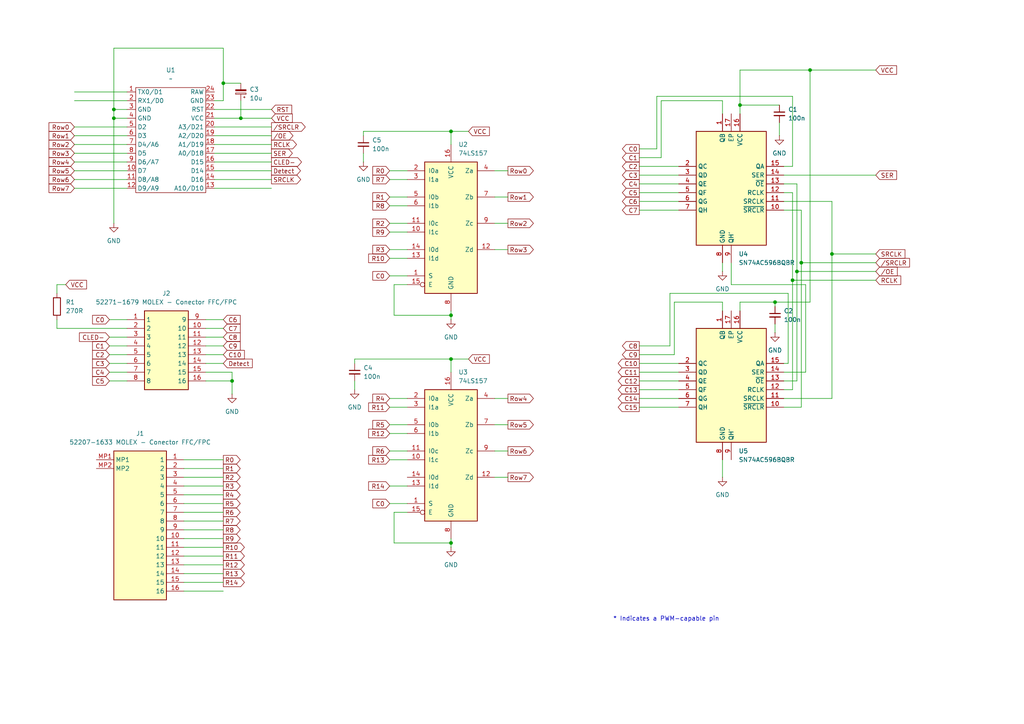
<source format=kicad_sch>
(kicad_sch (version 20250114) (generator "eeschema") (generator_version "9.0")
  (paper "A4")
  (title_block (date "mar. 31 mars 2015"))
  (lib_symbols
    (symbol "1_my_components:52207-1633 MOLEX - Conector FFC/FPC"
      (property "Reference" "J" (at 21.59 7.62 0))
      (property "Value" "52207-1633 MOLEX - Conector FFC/FPC" (at 21.59 5.08 0))
      (symbol "52207-1633 MOLEX - Conector FFC/FPC_1_1"
        (rectangle (start 5.08 2.54) (end 20.32 -40.64) (stroke (width 0.254)) (fill (type background)))
        (pin passive line (at 0 0 0) (length 5.08) (name "MP1") (number "MP1"))
        (pin passive line (at 0 -2.54 0) (length 5.08) (name "MP2") (number "MP2"))
        (pin passive line (at 25.4 0 180) (length 5.08) (name "1") (number "1"))
        (pin passive line (at 25.4 -2.54 180) (length 5.08) (name "2") (number "2"))
        (pin passive line (at 25.4 -5.08 180) (length 5.08) (name "3") (number "3"))
        (pin passive line (at 25.4 -7.62 180) (length 5.08) (name "4") (number "4"))
        (pin passive line (at 25.4 -10.16 180) (length 5.08) (name "5") (number "5"))
        (pin passive line (at 25.4 -12.7 180) (length 5.08) (name "6") (number "6"))
        (pin passive line (at 25.4 -15.24 180) (length 5.08) (name "7") (number "7"))
        (pin passive line (at 25.4 -17.78 180) (length 5.08) (name "8") (number "8"))
        (pin passive line (at 25.4 -20.32 180) (length 5.08) (name "9") (number "9"))
        (pin passive line (at 25.4 -22.86 180) (length 5.08) (name "10") (number "10"))
        (pin passive line (at 25.4 -25.4 180) (length 5.08) (name "11") (number "11"))
        (pin passive line (at 25.4 -27.94 180) (length 5.08) (name "12") (number "12"))
        (pin passive line (at 25.4 -30.48 180) (length 5.08) (name "13") (number "13"))
        (pin passive line (at 25.4 -33.02 180) (length 5.08) (name "14") (number "14"))
        (pin passive line (at 25.4 -35.56 180) (length 5.08) (name "15") (number "15"))
        (pin passive line (at 25.4 -38.1 180) (length 5.08) (name "16") (number "16"))
      )
    )
    (symbol "1_my_components:52271-1679 MOLEX - Conector FFC/FPC"
      (property "Reference" "J" (at 19.05 7.62 0))
      (property "Value" "52271-1679 MOLEX - Conector FFC/FPC" (at 19.05 5.08 0))
      (symbol "52271-1679 MOLEX - Conector FFC/FPC_1_1"
        (rectangle (start 5.08 2.54) (end 17.78 -20.32) (stroke (width 0.254)) (fill (type background)))
        (pin passive line (at 0 0 0) (length 5.08) (name "1") (number "1"))
        (pin passive line (at 0 -2.54 0) (length 5.08) (name "2") (number "2"))
        (pin passive line (at 0 -5.08 0) (length 5.08) (name "3") (number "3"))
        (pin passive line (at 0 -7.62 0) (length 5.08) (name "4") (number "4"))
        (pin passive line (at 0 -10.16 0) (length 5.08) (name "5") (number "5"))
        (pin passive line (at 0 -12.7 0) (length 5.08) (name "6") (number "6"))
        (pin passive line (at 0 -15.24 0) (length 5.08) (name "7") (number "7"))
        (pin passive line (at 0 -17.78 0) (length 5.08) (name "8") (number "8"))
        (pin passive line (at 22.86 0 180) (length 5.08) (name "9") (number "9"))
        (pin passive line (at 22.86 -2.54 180) (length 5.08) (name "10") (number "10"))
        (pin passive line (at 22.86 -5.08 180) (length 5.08) (name "11") (number "11"))
        (pin passive line (at 22.86 -7.62 180) (length 5.08) (name "12") (number "12"))
        (pin passive line (at 22.86 -10.16 180) (length 5.08) (name "13") (number "13"))
        (pin passive line (at 22.86 -12.7 180) (length 5.08) (name "14") (number "14"))
        (pin passive line (at 22.86 -15.24 180) (length 5.08) (name "15") (number "15"))
        (pin passive line (at 22.86 -17.78 180) (length 5.08) (name "16") (number "16"))
      )
    )
    (symbol "1_my_components:Pro_Micro_Leonardo"
      (property "Reference" "U" (at 3.81 8.382 0))
      (symbol "Pro_Micro_Leonardo_0_1"
        (rectangle (start 0 5.08) (end 20.32 -25.4))
      )
      (symbol "Pro_Micro_Leonardo_1_1"
        (pin bidirectional line (at -2.54 3.81 0) (length 2.54) (name "TX0/D1") (number "1"))
        (pin bidirectional line (at -2.54 1.27 0) (length 2.54) (name "RX1/D0") (number "2"))
        (pin power_in line (at -2.54 -1.27 0) (length 2.54) (name "GND") (number "3"))
        (pin power_in line (at -2.54 -3.81 0) (length 2.54) (name "GND") (number "4"))
        (pin bidirectional line (at -2.54 -6.35 0) (length 2.54) (name "D2") (number "5"))
        (pin bidirectional line (at -2.54 -8.89 0) (length 2.54) (name "D3") (number "6"))
        (pin bidirectional line (at -2.54 -11.43 0) (length 2.54) (name "D4/A6") (number "7"))
        (pin bidirectional line (at -2.54 -13.97 0) (length 2.54) (name "D5") (number "8"))
        (pin bidirectional line (at -2.54 -16.51 0) (length 2.54) (name "D6/A7") (number "9"))
        (pin bidirectional line (at -2.54 -19.05 0) (length 2.54) (name "D7") (number "10"))
        (pin bidirectional line (at -2.54 -21.59 0) (length 2.54) (name "D8/A8") (number "11"))
        (pin bidirectional line (at -2.54 -24.13 0) (length 2.54) (name "D9/A9") (number "12"))
        (pin bidirectional line (at 22.86 3.81 180) (length 2.54) (name "RAW") (number "24"))
        (pin power_in line (at 22.86 1.27 180) (length 2.54) (name "GND") (number "23"))
        (pin input line (at 22.86 -1.27 180) (length 2.54) (name "RST") (number "22"))
        (pin power_in line (at 22.86 -3.81 180) (length 2.54) (name "VCC") (number "21"))
        (pin bidirectional line (at 22.86 -6.35 180) (length 2.54) (name "A3/D21") (number "20"))
        (pin bidirectional line (at 22.86 -8.89 180) (length 2.54) (name "A2/D20") (number "19"))
        (pin bidirectional line (at 22.86 -11.43 180) (length 2.54) (name "A1/D19") (number "18"))
        (pin bidirectional line (at 22.86 -13.97 180) (length 2.54) (name "A0/D18") (number "17"))
        (pin bidirectional line (at 22.86 -16.51 180) (length 2.54) (name "D15") (number "16"))
        (pin bidirectional line (at 22.86 -19.05 180) (length 2.54) (name "D14") (number "15"))
        (pin bidirectional line (at 22.86 -21.59 180) (length 2.54) (name "D16") (number "14"))
        (pin bidirectional line (at 22.86 -24.13 180) (length 2.54) (name "A10/D10") (number "13"))
      )
    )
    (symbol "1_my_components:SN74AC596BQBR"
      (property "Reference" "IC" (at 26.67 15.24 0))
      (property "Value" "SN74AC596BQBR" (at 26.67 12.7 0))
      (symbol "SN74AC596BQBR_1_1"
        (rectangle (start 5.08 10.16) (end 25.4 -22.86) (stroke (width 0.254)) (fill (type background)))
        (pin passive line (at 0 0 0) (length 5.08) (name "QC") (number "2"))
        (pin passive line (at 0 -2.54 0) (length 5.08) (name "QD") (number "3"))
        (pin passive line (at 0 -5.08 0) (length 5.08) (name "QE") (number "4"))
        (pin passive line (at 0 -7.62 0) (length 5.08) (name "QF") (number "5"))
        (pin passive line (at 0 -10.16 0) (length 5.08) (name "QG") (number "6"))
        (pin passive line (at 0 -12.7 0) (length 5.08) (name "QH") (number "7"))
        (pin passive line (at 12.7 15.24 270) (length 5.08) (name "QB") (number "1"))
        (pin passive line (at 12.7 -27.94 90) (length 5.08) (name "GND") (number "8"))
        (pin passive line (at 15.24 15.24 270) (length 5.08) (name "EP") (number "17"))
        (pin passive line (at 15.24 -27.94 90) (length 5.08) (name "QH'") (number "9"))
        (pin passive line (at 17.78 15.24 270) (length 5.08) (name "VCC") (number "16"))
        (pin passive line (at 30.48 0 180) (length 5.08) (name "QA") (number "15"))
        (pin passive line (at 30.48 -2.54 180) (length 5.08) (name "SER") (number "14"))
        (pin passive line (at 30.48 -5.08 180) (length 5.08) (name "~{OE}") (number "13"))
        (pin passive line (at 30.48 -7.62 180) (length 5.08) (name "RCLK") (number "12"))
        (pin passive line (at 30.48 -10.16 180) (length 5.08) (name "SRCLK") (number "11"))
        (pin passive line (at 30.48 -12.7 180) (length 5.08) (name "~{SRCLR}") (number "10"))
      )
    )
    (symbol "74xx:74LS157" (pin_names (offset 1.016))
      (property "Reference" "U" (at -7.62 19.05 0))
      (property "Value" "74LS157" (at -7.62 -21.59 0))
      (symbol "74LS157_1_0"
        (pin input line (at -12.7 15.24 0) (length 5.08) (name "I0a") (number "2"))
        (pin input line (at -12.7 12.7 0) (length 5.08) (name "I1a") (number "3"))
        (pin input line (at -12.7 7.62 0) (length 5.08) (name "I0b") (number "5"))
        (pin input line (at -12.7 5.08 0) (length 5.08) (name "I1b") (number "6"))
        (pin input line (at -12.7 0 0) (length 5.08) (name "I0c") (number "11"))
        (pin input line (at -12.7 -2.54 0) (length 5.08) (name "I1c") (number "10"))
        (pin input line (at -12.7 -7.62 0) (length 5.08) (name "I0d") (number "14"))
        (pin input line (at -12.7 -10.16 0) (length 5.08) (name "I1d") (number "13"))
        (pin input line (at -12.7 -15.24 0) (length 5.08) (name "S") (number "1"))
        (pin input inverted (at -12.7 -17.78 0) (length 5.08) (name "E") (number "15"))
        (pin power_in line (at 0 22.86 270) (length 5.08) (name "VCC") (number "16"))
        (pin power_in line (at 0 -25.4 90) (length 5.08) (name "GND") (number "8"))
        (pin output line (at 12.7 15.24 180) (length 5.08) (name "Za") (number "4"))
        (pin output line (at 12.7 7.62 180) (length 5.08) (name "Zb") (number "7"))
        (pin output line (at 12.7 0 180) (length 5.08) (name "Zc") (number "9"))
        (pin output line (at 12.7 -7.62 180) (length 5.08) (name "Zd") (number "12"))
      )
      (symbol "74LS157_1_1"
        (rectangle (start -7.62 17.78) (end 7.62 -20.32) (stroke (width 0.254)) (fill (type background)))
      )
    )
    (symbol "Device:C_Polarized_Small" (pin_numbers (hide yes)) (pin_names (offset 0.254) (hide yes))
      (property "Reference" "C" (at 0.254 1.778 0))
      (property "Value" "C_Polarized_Small" (at 0.254 -2.032 0))
      (symbol "C_Polarized_Small_0_1"
        (rectangle (start -1.524 0.6858) (end 1.524 0.3048))
        (rectangle (start -1.524 -0.3048) (end 1.524 -0.6858) (fill (type outline)))
        (polyline (pts (xy -1.27 1.524) (xy -0.762 1.524)))
        (polyline (pts (xy -1.016 1.27) (xy -1.016 1.778)))
      )
      (symbol "C_Polarized_Small_1_1"
        (pin passive line (at 0 2.54 270) (length 1.8542) (name "~") (number "1"))
        (pin passive line (at 0 -2.54 90) (length 1.8542) (name "~") (number "2"))
      )
    )
    (symbol "Device:C_Small" (pin_numbers (hide yes)) (pin_names (offset 0.254) (hide yes))
      (property "Reference" "C" (at 0.254 1.778 0))
      (property "Value" "C_Small" (at 0.254 -2.032 0))
      (symbol "C_Small_0_1"
        (polyline (pts (xy -1.524 0.508) (xy 1.524 0.508)) (stroke (width 0.3048)))
        (polyline (pts (xy -1.524 -0.508) (xy 1.524 -0.508)) (stroke (width 0.3302)))
      )
      (symbol "C_Small_1_1"
        (pin passive line (at 0 2.54 270) (length 2.032) (name "~") (number "1"))
        (pin passive line (at 0 -2.54 90) (length 2.032) (name "~") (number "2"))
      )
    )
    (symbol "Device:R" (pin_numbers (hide yes)) (pin_names (offset 0))
      (property "Reference" "R" (at 2.032 0 90))
      (property "Value" "R" (at 0 0 90))
      (symbol "R_0_1"
        (rectangle (start -1.016 -2.54) (end 1.016 2.54) (stroke (width 0.254)))
      )
      (symbol "R_1_1"
        (pin passive line (at 0 3.81 270) (length 1.27) (name "~") (number "1"))
        (pin passive line (at 0 -3.81 90) (length 1.27) (name "~") (number "2"))
      )
    )
    (symbol "power:GND" (power) (pin_numbers (hide yes)) (pin_names (offset 0) (hide yes))
      (property "Value" "GND" (at 0 -3.81 0))
      (symbol "GND_0_1"
        (polyline (pts (xy 0 0) (xy 0 -1.27) (xy 1.27 -1.27) (xy 0 -2.54) (xy -1.27 -1.27) (xy 0 -1.27)))
      )
      (symbol "GND_1_1"
        (pin power_in line (at 0 0 270) (length 0) (name "~") (number "1"))
      )
    )
  )
  (text "* Indicates a PWM-capable pin" (at 177.8 180.34 0) (effects (font (size 1.27 1.27)) (justify left bottom)))
  (junction (at 33.02 31.75))
  (junction (at 231.14 78.74))
  (junction (at 232.41 76.2))
  (junction (at 67.31 110.49))
  (junction (at 64.77 24.13))
  (junction (at 130.81 91.44))
  (junction (at 69.85 34.29))
  (junction (at 224.79 87.63))
  (junction (at 130.81 38.1))
  (junction (at 214.63 30.48))
  (junction (at 130.81 157.48))
  (junction (at 241.3 73.66))
  (junction (at 234.95 20.32))
  (junction (at 229.87 81.28))
  (junction (at 33.02 34.29))
  (junction (at 130.81 104.14))
  (wire (pts (xy 209.55 87.63) (xy 195.58 87.63)))
  (wire (pts (xy 143.51 130.81) (xy 147.32 130.81)))
  (wire (pts (xy 241.3 73.66) (xy 254 73.66)))
  (wire (pts (xy 36.83 31.75) (xy 33.02 31.75)))
  (wire (pts (xy 190.5 27.94) (xy 190.5 43.18)))
  (wire (pts (xy 31.75 107.95) (xy 36.83 107.95)))
  (wire (pts (xy 229.87 48.26) (xy 229.87 27.94)))
  (wire (pts (xy 232.41 118.11) (xy 227.33 118.11)))
  (wire (pts (xy 114.3 91.44) (xy 130.81 91.44)))
  (wire (pts (xy 185.42 43.18) (xy 190.5 43.18)))
  (wire (pts (xy 226.06 35.56) (xy 226.06 39.37)))
  (wire (pts (xy 62.23 39.37) (xy 78.74 39.37)))
  (wire (pts (xy 241.3 58.42) (xy 241.3 73.66)))
  (wire (pts (xy 229.87 113.03) (xy 227.33 113.03)))
  (wire (pts (xy 21.59 29.21) (xy 36.83 29.21)))
  (wire (pts (xy 214.63 20.32) (xy 234.95 20.32)))
  (wire (pts (xy 209.55 133.35) (xy 209.55 138.43)))
  (wire (pts (xy 118.11 82.55) (xy 114.3 82.55)))
  (wire (pts (xy 209.55 33.02) (xy 209.55 29.21)))
  (wire (pts (xy 113.03 123.19) (xy 118.11 123.19)))
  (wire (pts (xy 113.03 59.69) (xy 118.11 59.69)))
  (wire (pts (xy 234.95 20.32) (xy 254 20.32)))
  (wire (pts (xy 102.87 104.14) (xy 102.87 105.41)))
  (wire (pts (xy 214.63 90.17) (xy 214.63 87.63)))
  (wire (pts (xy 135.89 38.1) (xy 130.81 38.1)))
  (wire (pts (xy 241.3 73.66) (xy 241.3 115.57)))
  (wire (pts (xy 209.55 29.21) (xy 191.77 29.21)))
  (wire (pts (xy 105.41 44.45) (xy 105.41 46.99)))
  (wire (pts (xy 113.03 52.07) (xy 118.11 52.07)))
  (wire (pts (xy 62.23 29.21) (xy 64.77 29.21)))
  (wire (pts (xy 59.69 107.95) (xy 67.31 107.95)))
  (wire (pts (xy 21.59 36.83) (xy 36.83 36.83)))
  (wire (pts (xy 130.81 157.48) (xy 130.81 158.75)))
  (wire (pts (xy 33.02 13.97) (xy 33.02 31.75)))
  (wire (pts (xy 212.09 82.55) (xy 212.09 76.2)))
  (wire (pts (xy 59.69 105.41) (xy 64.77 105.41)))
  (wire (pts (xy 113.03 57.15) (xy 118.11 57.15)))
  (wire (pts (xy 53.34 140.97) (xy 64.77 140.97)))
  (wire (pts (xy 69.85 34.29) (xy 78.74 34.29)))
  (wire (pts (xy 62.23 46.99) (xy 78.74 46.99)))
  (wire (pts (xy 185.42 113.03) (xy 196.85 113.03)))
  (wire (pts (xy 102.87 104.14) (xy 130.81 104.14)))
  (wire (pts (xy 59.69 92.71) (xy 64.77 92.71)))
  (wire (pts (xy 62.23 31.75) (xy 78.74 31.75)))
  (wire (pts (xy 105.41 38.1) (xy 130.81 38.1)))
  (wire (pts (xy 21.59 49.53) (xy 36.83 49.53)))
  (wire (pts (xy 231.14 53.34) (xy 231.14 78.74)))
  (wire (pts (xy 113.03 115.57) (xy 118.11 115.57)))
  (wire (pts (xy 214.63 33.02) (xy 214.63 30.48)))
  (wire (pts (xy 62.23 44.45) (xy 78.74 44.45)))
  (wire (pts (xy 185.42 60.96) (xy 196.85 60.96)))
  (wire (pts (xy 67.31 107.95) (xy 67.31 110.49)))
  (wire (pts (xy 53.34 171.45) (xy 64.77 171.45)))
  (wire (pts (xy 114.3 82.55) (xy 114.3 91.44)))
  (wire (pts (xy 229.87 81.28) (xy 229.87 113.03)))
  (wire (pts (xy 31.75 105.41) (xy 36.83 105.41)))
  (wire (pts (xy 191.77 29.21) (xy 191.77 45.72)))
  (wire (pts (xy 130.81 91.44) (xy 130.81 92.71)))
  (wire (pts (xy 214.63 30.48) (xy 214.63 20.32)))
  (wire (pts (xy 224.79 93.98) (xy 224.79 96.52)))
  (wire (pts (xy 228.6 105.41) (xy 228.6 85.09)))
  (wire (pts (xy 53.34 161.29) (xy 64.77 161.29)))
  (wire (pts (xy 227.33 55.88) (xy 229.87 55.88)))
  (wire (pts (xy 113.03 64.77) (xy 118.11 64.77)))
  (wire (pts (xy 33.02 31.75) (xy 33.02 34.29)))
  (wire (pts (xy 185.42 48.26) (xy 196.85 48.26)))
  (wire (pts (xy 53.34 158.75) (xy 64.77 158.75)))
  (wire (pts (xy 185.42 53.34) (xy 196.85 53.34)))
  (wire (pts (xy 229.87 55.88) (xy 229.87 81.28)))
  (wire (pts (xy 114.3 157.48) (xy 130.81 157.48)))
  (wire (pts (xy 234.95 20.32) (xy 234.95 87.63)))
  (wire (pts (xy 143.51 57.15) (xy 147.32 57.15)))
  (wire (pts (xy 33.02 34.29) (xy 36.83 34.29)))
  (wire (pts (xy 53.34 163.83) (xy 64.77 163.83)))
  (wire (pts (xy 143.51 115.57) (xy 147.32 115.57)))
  (wire (pts (xy 21.59 46.99) (xy 36.83 46.99)))
  (wire (pts (xy 232.41 76.2) (xy 232.41 118.11)))
  (wire (pts (xy 143.51 64.77) (xy 147.32 64.77)))
  (wire (pts (xy 113.03 67.31) (xy 118.11 67.31)))
  (wire (pts (xy 53.34 156.21) (xy 64.77 156.21)))
  (wire (pts (xy 229.87 27.94) (xy 190.5 27.94)))
  (wire (pts (xy 53.34 146.05) (xy 64.77 146.05)))
  (wire (pts (xy 53.34 168.91) (xy 64.77 168.91)))
  (wire (pts (xy 21.59 52.07) (xy 36.83 52.07)))
  (wire (pts (xy 147.32 49.53) (xy 143.51 49.53)))
  (wire (pts (xy 62.23 34.29) (xy 69.85 34.29)))
  (wire (pts (xy 224.79 87.63) (xy 224.79 88.9)))
  (wire (pts (xy 227.33 115.57) (xy 241.3 115.57)))
  (wire (pts (xy 231.14 110.49) (xy 227.33 110.49)))
  (wire (pts (xy 185.42 58.42) (xy 196.85 58.42)))
  (wire (pts (xy 64.77 29.21) (xy 64.77 24.13)))
  (wire (pts (xy 53.34 153.67) (xy 64.77 153.67)))
  (wire (pts (xy 31.75 92.71) (xy 36.83 92.71)))
  (wire (pts (xy 185.42 45.72) (xy 191.77 45.72)))
  (wire (pts (xy 53.34 138.43) (xy 64.77 138.43)))
  (wire (pts (xy 185.42 110.49) (xy 196.85 110.49)))
  (wire (pts (xy 53.34 135.89) (xy 64.77 135.89)))
  (wire (pts (xy 195.58 87.63) (xy 195.58 102.87)))
  (wire (pts (xy 185.42 50.8) (xy 196.85 50.8)))
  (wire (pts (xy 53.34 143.51) (xy 64.77 143.51)))
  (wire (pts (xy 113.03 146.05) (xy 118.11 146.05)))
  (wire (pts (xy 114.3 148.59) (xy 114.3 157.48)))
  (wire (pts (xy 185.42 102.87) (xy 195.58 102.87)))
  (wire (pts (xy 228.6 85.09) (xy 194.31 85.09)))
  (wire (pts (xy 118.11 148.59) (xy 114.3 148.59)))
  (wire (pts (xy 21.59 26.67) (xy 36.83 26.67)))
  (wire (pts (xy 21.59 39.37) (xy 36.83 39.37)))
  (wire (pts (xy 214.63 87.63) (xy 224.79 87.63)))
  (wire (pts (xy 59.69 95.25) (xy 64.77 95.25)))
  (wire (pts (xy 130.81 38.1) (xy 130.81 41.91)))
  (wire (pts (xy 113.03 74.93) (xy 118.11 74.93)))
  (wire (pts (xy 16.51 82.55) (xy 16.51 85.09)))
  (wire (pts (xy 69.85 29.21) (xy 69.85 34.29)))
  (wire (pts (xy 59.69 102.87) (xy 64.77 102.87)))
  (wire (pts (xy 185.42 55.88) (xy 196.85 55.88)))
  (wire (pts (xy 62.23 36.83) (xy 78.74 36.83)))
  (wire (pts (xy 143.51 72.39) (xy 147.32 72.39)))
  (wire (pts (xy 185.42 118.11) (xy 196.85 118.11)))
  (wire (pts (xy 21.59 54.61) (xy 36.83 54.61)))
  (wire (pts (xy 185.42 107.95) (xy 196.85 107.95)))
  (wire (pts (xy 229.87 81.28) (xy 254 81.28)))
  (wire (pts (xy 228.6 105.41) (xy 227.33 105.41)))
  (wire (pts (xy 33.02 34.29) (xy 33.02 64.77)))
  (wire (pts (xy 67.31 110.49) (xy 67.31 114.3)))
  (wire (pts (xy 130.81 104.14) (xy 130.81 107.95)))
  (wire (pts (xy 36.83 95.25) (xy 16.51 95.25)))
  (wire (pts (xy 53.34 151.13) (xy 64.77 151.13)))
  (wire (pts (xy 59.69 110.49) (xy 67.31 110.49)))
  (wire (pts (xy 224.79 87.63) (xy 234.95 87.63)))
  (wire (pts (xy 227.33 50.8) (xy 254 50.8)))
  (wire (pts (xy 233.68 82.55) (xy 233.68 107.95)))
  (wire (pts (xy 227.33 48.26) (xy 229.87 48.26)))
  (wire (pts (xy 31.75 102.87) (xy 36.83 102.87)))
  (wire (pts (xy 113.03 72.39) (xy 118.11 72.39)))
  (wire (pts (xy 194.31 85.09) (xy 194.31 100.33)))
  (wire (pts (xy 233.68 107.95) (xy 227.33 107.95)))
  (wire (pts (xy 185.42 100.33) (xy 194.31 100.33)))
  (wire (pts (xy 16.51 95.25) (xy 16.51 92.71)))
  (wire (pts (xy 31.75 97.79) (xy 36.83 97.79)))
  (wire (pts (xy 214.63 30.48) (xy 226.06 30.48)))
  (wire (pts (xy 21.59 41.91) (xy 36.83 41.91)))
  (wire (pts (xy 113.03 140.97) (xy 118.11 140.97)))
  (wire (pts (xy 113.03 130.81) (xy 118.11 130.81)))
  (wire (pts (xy 64.77 24.13) (xy 64.77 13.97)))
  (wire (pts (xy 53.34 166.37) (xy 64.77 166.37)))
  (wire (pts (xy 143.51 138.43) (xy 147.32 138.43)))
  (wire (pts (xy 113.03 125.73) (xy 118.11 125.73)))
  (wire (pts (xy 232.41 60.96) (xy 232.41 76.2)))
  (wire (pts (xy 209.55 76.2) (xy 209.55 78.74)))
  (wire (pts (xy 62.23 54.61) (xy 78.74 54.61)))
  (wire (pts (xy 64.77 24.13) (xy 69.85 24.13)))
  (wire (pts (xy 241.3 58.42) (xy 227.33 58.42)))
  (wire (pts (xy 232.41 76.2) (xy 254 76.2)))
  (wire (pts (xy 59.69 97.79) (xy 64.77 97.79)))
  (wire (pts (xy 62.23 49.53) (xy 78.74 49.53)))
  (wire (pts (xy 53.34 148.59) (xy 64.77 148.59)))
  (wire (pts (xy 59.69 100.33) (xy 64.77 100.33)))
  (wire (pts (xy 113.03 118.11) (xy 118.11 118.11)))
  (wire (pts (xy 105.41 38.1) (xy 105.41 39.37)))
  (wire (pts (xy 21.59 44.45) (xy 36.83 44.45)))
  (wire (pts (xy 185.42 105.41) (xy 196.85 105.41)))
  (wire (pts (xy 113.03 80.01) (xy 118.11 80.01)))
  (wire (pts (xy 231.14 78.74) (xy 254 78.74)))
  (wire (pts (xy 227.33 53.34) (xy 231.14 53.34)))
  (wire (pts (xy 135.89 104.14) (xy 130.81 104.14)))
  (wire (pts (xy 62.23 41.91) (xy 78.74 41.91)))
  (wire (pts (xy 113.03 49.53) (xy 118.11 49.53)))
  (wire (pts (xy 113.03 133.35) (xy 118.11 133.35)))
  (wire (pts (xy 227.33 60.96) (xy 232.41 60.96)))
  (wire (pts (xy 209.55 90.17) (xy 209.55 87.63)))
  (wire (pts (xy 185.42 115.57) (xy 196.85 115.57)))
  (wire (pts (xy 143.51 123.19) (xy 147.32 123.19)))
  (wire (pts (xy 33.02 13.97) (xy 64.77 13.97)))
  (wire (pts (xy 130.81 90.17) (xy 130.81 91.44)))
  (wire (pts (xy 31.75 110.49) (xy 36.83 110.49)))
  (wire (pts (xy 53.34 133.35) (xy 64.77 133.35)))
  (wire (pts (xy 212.09 82.55) (xy 233.68 82.55)))
  (wire (pts (xy 102.87 110.49) (xy 102.87 113.03)))
  (wire (pts (xy 130.81 156.21) (xy 130.81 157.48)))
  (wire (pts (xy 62.23 52.07) (xy 78.74 52.07)))
  (wire (pts (xy 231.14 78.74) (xy 231.14 110.49)))
  (wire (pts (xy 19.05 82.55) (xy 16.51 82.55)))
  (wire (pts (xy 31.75 100.33) (xy 36.83 100.33)))
  (global_label "Row3" (shape output) (at 147.32 72.39 0) (property "Intersheetrefs" "${INTERSHEET_REFS}" (effects (hide yes))))
  (global_label "Detect" (shape input) (at 64.77 105.41 0) (property "Intersheetrefs" "${INTERSHEET_REFS}" (effects (hide yes))))
  (global_label "Row1" (shape output) (at 147.32 57.15 0) (property "Intersheetrefs" "${INTERSHEET_REFS}" (effects (hide yes))))
  (global_label "C1" (shape input) (at 31.75 100.33 180) (property "Intersheetrefs" "${INTERSHEET_REFS}" (effects (hide yes))))
  (global_label "R5" (shape input) (at 113.03 123.19 180) (property "Intersheetrefs" "${INTERSHEET_REFS}" (effects (hide yes))))
  (global_label "{slash}SRCLR" (shape output) (at 78.74 36.83 0) (property "Intersheetrefs" "${INTERSHEET_REFS}" (effects (hide yes))))
  (global_label "Row1" (shape input) (at 21.59 39.37 180) (property "Intersheetrefs" "${INTERSHEET_REFS}" (effects (hide yes))))
  (global_label "R1" (shape input) (at 113.03 57.15 180) (property "Intersheetrefs" "${INTERSHEET_REFS}" (effects (hide yes))))
  (global_label "C11" (shape output) (at 185.42 107.95 180) (property "Intersheetrefs" "${INTERSHEET_REFS}" (effects (hide yes))))
  (global_label "C2" (shape input) (at 31.75 102.87 180) (property "Intersheetrefs" "${INTERSHEET_REFS}" (effects (hide yes))))
  (global_label "Row2" (shape input) (at 21.59 41.91 180) (property "Intersheetrefs" "${INTERSHEET_REFS}" (effects (hide yes))))
  (global_label "C0" (shape output) (at 185.42 43.18 180) (property "Intersheetrefs" "${INTERSHEET_REFS}" (effects (hide yes))))
  (global_label "Detect" (shape output) (at 78.74 49.53 0) (property "Intersheetrefs" "${INTERSHEET_REFS}" (effects (hide yes))))
  (global_label "C9" (shape input) (at 64.77 100.33 0) (property "Intersheetrefs" "${INTERSHEET_REFS}" (effects (hide yes))))
  (global_label "VCC" (shape input) (at 19.05 82.55 0) (property "Intersheetrefs" "${INTERSHEET_REFS}" (effects (hide yes))))
  (global_label "RST" (shape input) (at 78.74 31.75 0) (property "Intersheetrefs" "${INTERSHEET_REFS}" (effects (hide yes))))
  (global_label "R0" (shape input) (at 113.03 49.53 180) (property "Intersheetrefs" "${INTERSHEET_REFS}" (effects (hide yes))))
  (global_label "C4" (shape output) (at 185.42 53.34 180) (property "Intersheetrefs" "${INTERSHEET_REFS}" (effects (hide yes))))
  (global_label "C3" (shape input) (at 31.75 105.41 180) (property "Intersheetrefs" "${INTERSHEET_REFS}" (effects (hide yes))))
  (global_label "R9" (shape output) (at 64.77 156.21 0) (property "Intersheetrefs" "${INTERSHEET_REFS}" (effects (hide yes))))
  (global_label "R13" (shape output) (at 64.77 166.37 0) (property "Intersheetrefs" "${INTERSHEET_REFS}" (effects (hide yes))))
  (global_label "Row0" (shape output) (at 147.32 49.53 0) (property "Intersheetrefs" "${INTERSHEET_REFS}" (effects (hide yes))))
  (global_label "Row5" (shape output) (at 147.32 123.19 0) (property "Intersheetrefs" "${INTERSHEET_REFS}" (effects (hide yes))))
  (global_label "CLED-" (shape output) (at 78.74 46.99 0) (property "Intersheetrefs" "${INTERSHEET_REFS}" (effects (hide yes))))
  (global_label "R8" (shape output) (at 64.77 153.67 0) (property "Intersheetrefs" "${INTERSHEET_REFS}" (effects (hide yes))))
  (global_label "C8" (shape input) (at 64.77 97.79 0) (property "Intersheetrefs" "${INTERSHEET_REFS}" (effects (hide yes))))
  (global_label "VCC" (shape input) (at 135.89 104.14 0) (property "Intersheetrefs" "${INTERSHEET_REFS}" (effects (hide yes))))
  (global_label "R14" (shape input) (at 113.03 140.97 180) (property "Intersheetrefs" "${INTERSHEET_REFS}" (effects (hide yes))))
  (global_label "R7" (shape input) (at 113.03 52.07 180) (property "Intersheetrefs" "${INTERSHEET_REFS}" (effects (hide yes))))
  (global_label "C2" (shape output) (at 185.42 48.26 180) (property "Intersheetrefs" "${INTERSHEET_REFS}" (effects (hide yes))))
  (global_label "C7" (shape output) (at 185.42 60.96 180) (property "Intersheetrefs" "${INTERSHEET_REFS}" (effects (hide yes))))
  (global_label "R11" (shape input) (at 113.03 118.11 180) (property "Intersheetrefs" "${INTERSHEET_REFS}" (effects (hide yes))))
  (global_label "Row0" (shape input) (at 21.59 36.83 180) (property "Intersheetrefs" "${INTERSHEET_REFS}" (effects (hide yes))))
  (global_label "R7" (shape output) (at 64.77 151.13 0) (property "Intersheetrefs" "${INTERSHEET_REFS}" (effects (hide yes))))
  (global_label "{slash}SRCLR" (shape input) (at 254 76.2 0) (property "Intersheetrefs" "${INTERSHEET_REFS}" (effects (hide yes))))
  (global_label "R0" (shape output) (at 64.77 133.35 0) (property "Intersheetrefs" "${INTERSHEET_REFS}" (effects (hide yes))))
  (global_label "C10" (shape input) (at 64.77 102.87 0) (property "Intersheetrefs" "${INTERSHEET_REFS}" (effects (hide yes))))
  (global_label "R12" (shape input) (at 113.03 125.73 180) (property "Intersheetrefs" "${INTERSHEET_REFS}" (effects (hide yes))))
  (global_label "C8" (shape output) (at 185.42 100.33 180) (property "Intersheetrefs" "${INTERSHEET_REFS}" (effects (hide yes))))
  (global_label "C0" (shape input) (at 113.03 80.01 180) (property "Intersheetrefs" "${INTERSHEET_REFS}" (effects (hide yes))))
  (global_label "C4" (shape input) (at 31.75 107.95 180) (property "Intersheetrefs" "${INTERSHEET_REFS}" (effects (hide yes))))
  (global_label "R10" (shape output) (at 64.77 158.75 0) (property "Intersheetrefs" "${INTERSHEET_REFS}" (effects (hide yes))))
  (global_label "R9" (shape input) (at 113.03 67.31 180) (property "Intersheetrefs" "${INTERSHEET_REFS}" (effects (hide yes))))
  (global_label "Row7" (shape output) (at 147.32 138.43 0) (property "Intersheetrefs" "${INTERSHEET_REFS}" (effects (hide yes))))
  (global_label "Row3" (shape input) (at 21.59 44.45 180) (property "Intersheetrefs" "${INTERSHEET_REFS}" (effects (hide yes))))
  (global_label "C14" (shape output) (at 185.42 115.57 180) (property "Intersheetrefs" "${INTERSHEET_REFS}" (effects (hide yes))))
  (global_label "R6" (shape output) (at 64.77 148.59 0) (property "Intersheetrefs" "${INTERSHEET_REFS}" (effects (hide yes))))
  (global_label "R6" (shape input) (at 113.03 130.81 180) (property "Intersheetrefs" "${INTERSHEET_REFS}" (effects (hide yes))))
  (global_label "C7" (shape input) (at 64.77 95.25 0) (property "Intersheetrefs" "${INTERSHEET_REFS}" (effects (hide yes))))
  (global_label "Row5" (shape input) (at 21.59 49.53 180) (property "Intersheetrefs" "${INTERSHEET_REFS}" (effects (hide yes))))
  (global_label "R2" (shape output) (at 64.77 138.43 0) (property "Intersheetrefs" "${INTERSHEET_REFS}" (effects (hide yes))))
  (global_label "C0" (shape input) (at 113.03 146.05 180) (property "Intersheetrefs" "${INTERSHEET_REFS}" (effects (hide yes))))
  (global_label "C5" (shape input) (at 31.75 110.49 180) (property "Intersheetrefs" "${INTERSHEET_REFS}" (effects (hide yes))))
  (global_label "C13" (shape output) (at 185.42 113.03 180) (property "Intersheetrefs" "${INTERSHEET_REFS}" (effects (hide yes))))
  (global_label "SRCLK" (shape output) (at 78.74 52.07 0) (property "Intersheetrefs" "${INTERSHEET_REFS}" (effects (hide yes))))
  (global_label "R3" (shape input) (at 113.03 72.39 180) (property "Intersheetrefs" "${INTERSHEET_REFS}" (effects (hide yes))))
  (global_label "R5" (shape output) (at 64.77 146.05 0) (property "Intersheetrefs" "${INTERSHEET_REFS}" (effects (hide yes))))
  (global_label "R13" (shape input) (at 113.03 133.35 180) (property "Intersheetrefs" "${INTERSHEET_REFS}" (effects (hide yes))))
  (global_label "Row4" (shape input) (at 21.59 46.99 180) (property "Intersheetrefs" "${INTERSHEET_REFS}" (effects (hide yes))))
  (global_label "Row6" (shape output) (at 147.32 130.81 0) (property "Intersheetrefs" "${INTERSHEET_REFS}" (effects (hide yes))))
  (global_label "Row4" (shape output) (at 147.32 115.57 0) (property "Intersheetrefs" "${INTERSHEET_REFS}" (effects (hide yes))))
  (global_label "RCLK" (shape output) (at 78.74 41.91 0) (property "Intersheetrefs" "${INTERSHEET_REFS}" (effects (hide yes))))
  (global_label "VCC" (shape input) (at 254 20.32 0) (property "Intersheetrefs" "${INTERSHEET_REFS}" (effects (hide yes))))
  (global_label "SER" (shape input) (at 254 50.8 0) (property "Intersheetrefs" "${INTERSHEET_REFS}" (effects (hide yes))))
  (global_label "R8" (shape input) (at 113.03 59.69 180) (property "Intersheetrefs" "${INTERSHEET_REFS}" (effects (hide yes))))
  (global_label "VCC" (shape input) (at 78.74 34.29 0) (property "Intersheetrefs" "${INTERSHEET_REFS}" (effects (hide yes))))
  (global_label "Row7" (shape input) (at 21.59 54.61 180) (property "Intersheetrefs" "${INTERSHEET_REFS}" (effects (hide yes))))
  (global_label "R14" (shape output) (at 64.77 168.91 0) (property "Intersheetrefs" "${INTERSHEET_REFS}" (effects (hide yes))))
  (global_label "C6" (shape input) (at 64.77 92.71 0) (property "Intersheetrefs" "${INTERSHEET_REFS}" (effects (hide yes))))
  (global_label "C0" (shape input) (at 31.75 92.71 180) (property "Intersheetrefs" "${INTERSHEET_REFS}" (effects (hide yes))))
  (global_label "C6" (shape output) (at 185.42 58.42 180) (property "Intersheetrefs" "${INTERSHEET_REFS}" (effects (hide yes))))
  (global_label "R3" (shape output) (at 64.77 140.97 0) (property "Intersheetrefs" "${INTERSHEET_REFS}" (effects (hide yes))))
  (global_label "Row2" (shape output) (at 147.32 64.77 0) (property "Intersheetrefs" "${INTERSHEET_REFS}" (effects (hide yes))))
  (global_label "C3" (shape output) (at 185.42 50.8 180) (property "Intersheetrefs" "${INTERSHEET_REFS}" (effects (hide yes))))
  (global_label "R4" (shape output) (at 64.77 143.51 0) (property "Intersheetrefs" "${INTERSHEET_REFS}" (effects (hide yes))))
  (global_label "{slash}OE" (shape input) (at 254 78.74 0) (property "Intersheetrefs" "${INTERSHEET_REFS}" (effects (hide yes))))
  (global_label "C15" (shape output) (at 185.42 118.11 180) (property "Intersheetrefs" "${INTERSHEET_REFS}" (effects (hide yes))))
  (global_label "C1" (shape output) (at 185.42 45.72 180) (property "Intersheetrefs" "${INTERSHEET_REFS}" (effects (hide yes))))
  (global_label "VCC" (shape input) (at 135.89 38.1 0) (property "Intersheetrefs" "${INTERSHEET_REFS}" (effects (hide yes))))
  (global_label "R10" (shape input) (at 113.03 74.93 180) (property "Intersheetrefs" "${INTERSHEET_REFS}" (effects (hide yes))))
  (global_label "RCLK" (shape input) (at 254 81.28 0) (property "Intersheetrefs" "${INTERSHEET_REFS}" (effects (hide yes))))
  (global_label "CLED-" (shape input) (at 31.75 97.79 180) (property "Intersheetrefs" "${INTERSHEET_REFS}" (effects (hide yes))))
  (global_label "C10" (shape output) (at 185.42 105.41 180) (property "Intersheetrefs" "${INTERSHEET_REFS}" (effects (hide yes))))
  (global_label "{slash}OE" (shape output) (at 78.74 39.37 0) (property "Intersheetrefs" "${INTERSHEET_REFS}" (effects (hide yes))))
  (global_label "R4" (shape input) (at 113.03 115.57 180) (property "Intersheetrefs" "${INTERSHEET_REFS}" (effects (hide yes))))
  (global_label "C12" (shape output) (at 185.42 110.49 180) (property "Intersheetrefs" "${INTERSHEET_REFS}" (effects (hide yes))))
  (global_label "C5" (shape output) (at 185.42 55.88 180) (property "Intersheetrefs" "${INTERSHEET_REFS}" (effects (hide yes))))
  (global_label "C9" (shape output) (at 185.42 102.87 180) (property "Intersheetrefs" "${INTERSHEET_REFS}" (effects (hide yes))))
  (global_label "R12" (shape output) (at 64.77 163.83 0) (property "Intersheetrefs" "${INTERSHEET_REFS}" (effects (hide yes))))
  (global_label "SER" (shape output) (at 78.74 44.45 0) (property "Intersheetrefs" "${INTERSHEET_REFS}" (effects (hide yes))))
  (global_label "R2" (shape input) (at 113.03 64.77 180) (property "Intersheetrefs" "${INTERSHEET_REFS}" (effects (hide yes))))
  (global_label "R1" (shape output) (at 64.77 135.89 0) (property "Intersheetrefs" "${INTERSHEET_REFS}" (effects (hide yes))))
  (global_label "SRCLK" (shape input) (at 254 73.66 0) (property "Intersheetrefs" "${INTERSHEET_REFS}" (effects (hide yes))))
  (global_label "R11" (shape output) (at 64.77 161.29 0) (property "Intersheetrefs" "${INTERSHEET_REFS}" (effects (hide yes))))
  (global_label "Row6" (shape input) (at 21.59 52.07 180) (property "Intersheetrefs" "${INTERSHEET_REFS}" (effects (hide yes))))
  (symbol (lib_id "Device:C_Small") (at 102.87 107.95 0) (unit 1)
    (property "Reference" "C4" (at 105.41 106.6862 0) (effects (justify left)))
    (property "Value" "100n" (at 105.41 109.2262 0) (effects (justify left)))
    (property "Footprint" "Capacitor_THT:C_Disc_D5.0mm_W2.5mm_P2.50mm" (effects (hide yes)))
    (property "Description" "Unpolarized capacitor, small symbol" (effects (hide yes)))
  )
  (symbol (lib_id "Device:C_Small") (at 224.79 91.44 0) (unit 1)
    (property "Reference" "C2" (at 227.33 90.1762 0) (effects (justify left)))
    (property "Value" "100n" (at 227.33 92.7162 0) (effects (justify left)))
    (property "Footprint" "Capacitor_THT:C_Disc_D5.0mm_W2.5mm_P2.50mm" (effects (hide yes)))
    (property "Description" "Unpolarized capacitor, small symbol" (effects (hide yes)))
  )
  (symbol (lib_id "1_my_components:SN74AC596BQBR") (at 196.85 48.26 0) (unit 1)
    (property "Reference" "U4" (at 214.2333 73.66 0) (effects (justify left)))
    (property "Value" "SN74AC596BQBR" (at 214.2333 76.2 0) (effects (justify left)))
    (property "Footprint" "1_my_components:SN74AC596BQBR" (effects (hide yes)))
    (property "Datasheet" "https://www.ti.com/lit/ds/symlink/sn74ac596.pdf?ts=1764736093376&ref_url=https%253A%252F%252Fwww.ti.com%252Fproduct%252FSN74AC596%252Fpart-details%252FSN74AC596BQBR%253Futm_source%253Dgoogle%2526utm_medium%253Dcpc%2526utm_campaign%253Dasc-null-null-OPN_EN" (effects (hide yes)))
    (property "Description" "Counter Shift Registers 1.5V to 6.0V 8-bit serial-in and parallel-out shift register" (effects (hide yes)))
    (property "Height" "0.8" (effects (hide yes)))
    (property "Manufacturer_Name" "Texas Instruments" (effects (hide yes)))
    (property "Manufacturer_Part_Number" "SN74AC596BQBR" (effects (hide yes)))
  )
  (symbol (lib_id "74xx:74LS157") (at 130.81 64.77 0) (unit 1)
    (property "Reference" "U2" (at 132.9533 41.91 0) (effects (justify left)))
    (property "Value" "74LS157" (at 132.9533 44.45 0) (effects (justify left)))
    (property "Datasheet" "http://www.ti.com/lit/gpn/sn74LS157" (effects (hide yes)))
    (property "Description" "Quad 2 to 1 line Multiplexer" (effects (hide yes)))
  )
  (symbol (lib_id "power:GND") (at 105.41 46.99 0) (unit 1)
    (property "Reference" "#PWR010" (effects (hide yes)))
    (property "Value" "GND" (at 105.41 52.07 0))
    (property "Description" "Power symbol creates a global label with name \"GND\" , ground" (effects (hide yes)))
  )
  (symbol (lib_id "power:GND") (at 209.55 138.43 0) (unit 1)
    (property "Reference" "#PWR06" (effects (hide yes)))
    (property "Value" "GND" (at 209.55 143.51 0))
    (property "Description" "Power symbol creates a global label with name \"GND\" , ground" (effects (hide yes)))
  )
  (symbol (lib_id "1_my_components:SN74AC596BQBR") (at 196.85 105.41 0) (unit 1)
    (property "Reference" "U5" (at 214.2333 130.81 0) (effects (justify left)))
    (property "Value" "SN74AC596BQBR" (at 214.2333 133.35 0) (effects (justify left)))
    (property "Footprint" "1_my_components:SN74AC596BQBR" (effects (hide yes)))
    (property "Datasheet" "https://www.ti.com/lit/ds/symlink/sn74ac596.pdf?ts=1764736093376&ref_url=https%253A%252F%252Fwww.ti.com%252Fproduct%252FSN74AC596%252Fpart-details%252FSN74AC596BQBR%253Futm_source%253Dgoogle%2526utm_medium%253Dcpc%2526utm_campaign%253Dasc-null-null-OPN_EN" (effects (hide yes)))
    (property "Description" "Counter Shift Registers 1.5V to 6.0V 8-bit serial-in and parallel-out shift register" (effects (hide yes)))
    (property "Height" "0.8" (effects (hide yes)))
    (property "Manufacturer_Name" "Texas Instruments" (effects (hide yes)))
    (property "Manufacturer_Part_Number" "SN74AC596BQBR" (effects (hide yes)))
  )
  (symbol (lib_id "1_my_components:Pro_Micro_Leonardo") (at 39.37 30.48 0) (unit 1)
    (property "Reference" "U1" (at 49.53 20.32 0))
    (property "Value" "~" (at 49.53 22.86 0))
    (property "Footprint" "1_my_components:Pro Micro Leonardo" (effects (hide yes)))
  )
  (symbol (lib_id "Device:R") (at 16.51 88.9 0) (unit 1)
    (property "Reference" "R1" (at 19.05 87.6299 0) (effects (justify left)))
    (property "Value" "270R" (at 19.05 90.1699 0) (effects (justify left)))
    (property "Description" "Resistor" (effects (hide yes)))
  )
  (symbol (lib_id "1_my_components:52271-1679 MOLEX - Conector FFC/FPC") (at 36.83 92.71 0) (unit 1)
    (property "Reference" "J2" (at 48.26 85.09 0))
    (property "Value" "52271-1679 MOLEX - Conector FFC/FPC" (at 48.26 87.63 0))
    (property "Footprint" "1_my_components:52271-1679 MOLEX - Conector FFC_FPC" (effects (hide yes)))
    (property "Datasheet" "https://componentsearchengine.com/Datasheets/2/52271-1679.pdf" (effects (hide yes)))
    (property "Description" "16 way r/a bottom FFC ZIF connector,1mm Molex FFC/FPC SMT Series 1mm Pitch 16 Way 1 Row Right Angle SMT Female FPC Connector, Tin Bismuth Alloy Plated Contacts" (effects (hide yes)))
    (property "Manufacturer_Name" "Molex" (effects (hide yes)))
    (property "Manufacturer_Part_Number" "52271-1679" (effects (hide yes)))
  )
  (symbol (lib_id "power:GND") (at 209.55 78.74 0) (unit 1)
    (property "Reference" "#PWR07" (effects (hide yes)))
    (property "Value" "GND" (at 209.55 83.82 0))
    (property "Description" "Power symbol creates a global label with name \"GND\" , ground" (effects (hide yes)))
  )
  (symbol (lib_id "power:GND") (at 67.31 114.3 0) (unit 1)
    (property "Reference" "#PWR04" (effects (hide yes)))
    (property "Value" "GND" (at 67.31 119.38 0))
    (property "Description" "Power symbol creates a global label with name \"GND\" , ground" (effects (hide yes)))
  )
  (symbol (lib_id "power:GND") (at 33.02 64.77 0) (unit 1)
    (property "Reference" "#PWR01" (effects (hide yes)))
    (property "Value" "GND" (at 33.02 69.85 0))
    (property "Description" "Power symbol creates a global label with name \"GND\" , ground" (effects (hide yes)))
  )
  (symbol (lib_id "Device:C_Polarized_Small") (at 69.85 26.67 180) (unit 1)
    (property "Reference" "C3" (at 72.39 25.946 0) (effects (justify right)))
    (property "Value" "10u" (at 72.39 28.486 0) (effects (justify right)))
    (property "Footprint" "1_my_components:C_Disc_D5.1mm_W3.2mm_P5.00mm" (effects (hide yes)))
    (property "Description" "Polarized capacitor, small symbol" (effects (hide yes)))
  )
  (symbol (lib_id "1_my_components:52207-1633 MOLEX - Conector FFC/FPC") (at 27.94 133.35 0) (unit 1)
    (property "Reference" "J1" (at 40.64 125.73 0))
    (property "Value" "52207-1633 MOLEX - Conector FFC/FPC" (at 40.64 128.27 0))
    (property "Footprint" "1_my_components:52207-1633 MOLEX - Conector FFC_FPC" (effects (hide yes)))
    (property "Description" "MOLEX - 52207-1633 - SOCKET, FFC/FPC, SMT, 1MM, 16WAY" (effects (hide yes)))
    (property "Height" "2.9" (effects (hide yes)))
    (property "Manufacturer_Name" "Molex" (effects (hide yes)))
    (property "Manufacturer_Part_Number" "52207-1633" (effects (hide yes)))
  )
  (symbol (lib_id "74xx:74LS157") (at 130.81 130.81 0) (unit 1)
    (property "Reference" "U3" (at 132.9533 107.95 0) (effects (justify left)))
    (property "Value" "74LS157" (at 132.9533 110.49 0) (effects (justify left)))
    (property "Datasheet" "http://www.ti.com/lit/gpn/sn74LS157" (effects (hide yes)))
    (property "Description" "Quad 2 to 1 line Multiplexer" (effects (hide yes)))
  )
  (symbol (lib_id "power:GND") (at 130.81 92.71 0) (unit 1)
    (property "Reference" "#PWR05" (effects (hide yes)))
    (property "Value" "GND" (at 130.81 97.79 0))
    (property "Description" "Power symbol creates a global label with name \"GND\" , ground" (effects (hide yes)))
  )
  (symbol (lib_id "power:GND") (at 226.06 39.37 0) (unit 1)
    (property "Reference" "#PWR02" (effects (hide yes)))
    (property "Value" "GND" (at 226.06 44.45 0))
    (property "Description" "Power symbol creates a global label with name \"GND\" , ground" (effects (hide yes)))
  )
  (symbol (lib_id "power:GND") (at 102.87 113.03 0) (unit 1)
    (property "Reference" "#PWR09" (effects (hide yes)))
    (property "Value" "GND" (at 102.87 118.11 0))
    (property "Description" "Power symbol creates a global label with name \"GND\" , ground" (effects (hide yes)))
  )
  (symbol (lib_id "Device:C_Small") (at 105.41 41.91 0) (unit 1)
    (property "Reference" "C5" (at 107.95 40.6462 0) (effects (justify left)))
    (property "Value" "100n" (at 107.95 43.1862 0) (effects (justify left)))
    (property "Footprint" "Capacitor_THT:C_Disc_D5.0mm_W2.5mm_P2.50mm" (effects (hide yes)))
    (property "Description" "Unpolarized capacitor, small symbol" (effects (hide yes)))
  )
  (symbol (lib_id "power:GND") (at 130.81 158.75 0) (unit 1)
    (property "Reference" "#PWR08" (effects (hide yes)))
    (property "Value" "GND" (at 130.81 163.83 0))
    (property "Description" "Power symbol creates a global label with name \"GND\" , ground" (effects (hide yes)))
  )
  (symbol (lib_id "power:GND") (at 224.79 96.52 0) (unit 1)
    (property "Reference" "#PWR03" (effects (hide yes)))
    (property "Value" "GND" (at 224.79 101.6 0))
    (property "Description" "Power symbol creates a global label with name \"GND\" , ground" (effects (hide yes)))
  )
  (symbol (lib_id "Device:C_Small") (at 226.06 33.02 0) (unit 1)
    (property "Reference" "C1" (at 228.6 31.7562 0) (effects (justify left)))
    (property "Value" "100n" (at 228.6 34.2962 0) (effects (justify left)))
    (property "Footprint" "Capacitor_THT:C_Disc_D5.0mm_W2.5mm_P2.50mm" (effects (hide yes)))
    (property "Description" "Unpolarized capacitor, small symbol" (effects (hide yes)))
  )
)
</source>
